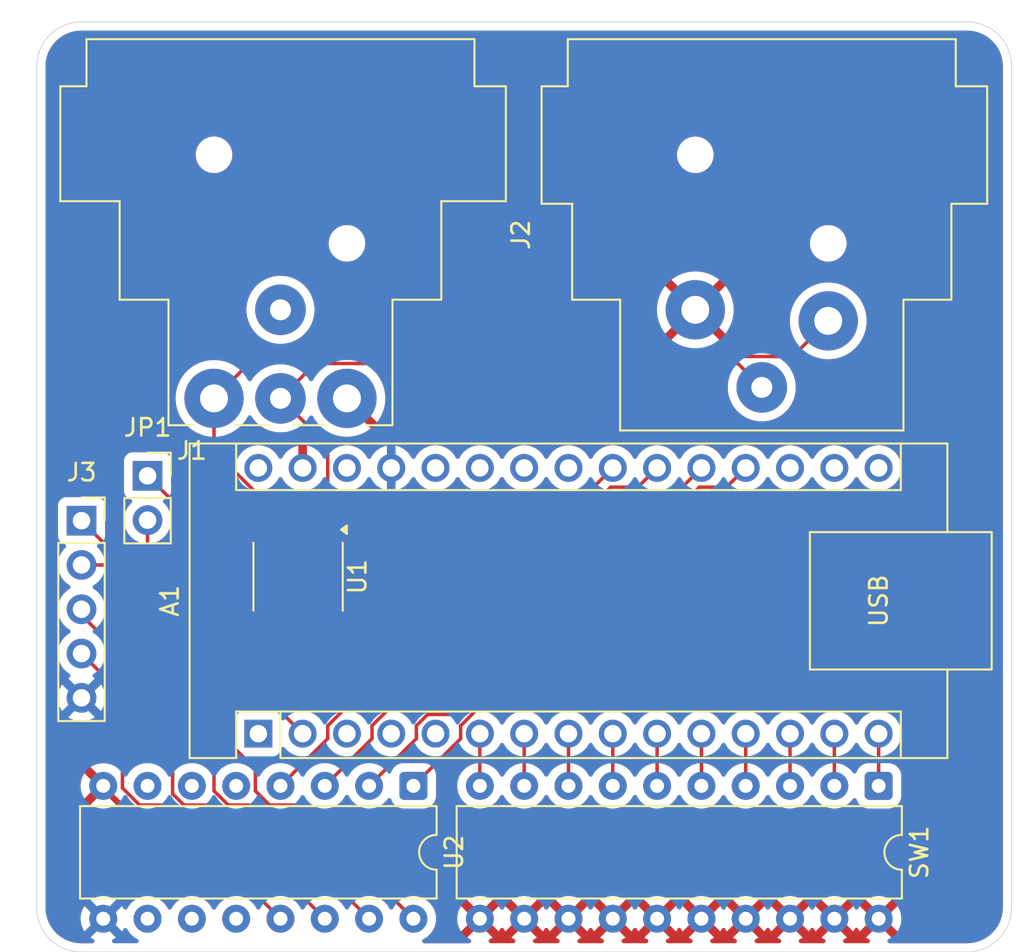
<source format=kicad_pcb>
(kicad_pcb (version 20241229) (generator "pcbnew") (generator_version "9.0")
  (layers (0 "F.Cu" signal) (2 "B.Cu" signal) (13 "F.Paste" user) (15 "B.Paste" user) (5 "F.SilkS" user "F.Silkscreen") (7 "B.SilkS" user "B.Silkscreen") (1 "F.Mask" user) (3 "B.Mask" user) (25 "Edge.Cuts" user))
  (net 0 "")
  (net 1 "Net-(A1-D10)")
  (net 3 "Net-(A1-D9)")
  (net 4 "Net-(A1-D7)")
  (net 5 "Net-(A1-A1)")
  (net 6 "Net-(A1-D3)")
  (net 7 "+5V")
  (net 9 "Net-(A1-A2)")
  (net 10 "Net-(A1-D6)")
  (net 11 "Net-(A1-D5)")
  (net 12 "Net-(A1-D11)")
  (net 13 "GND")
  (net 16 "Net-(A1-A0)")
  (net 18 "Net-(A1-D4)")
  (net 19 "Net-(A1-D8)")
  (net 22 "Net-(A1-D0{slash}RX)")
  (net 24 "Net-(A1-A3)")
  (net 27 "Net-(A1-D12)")
  (net 30 "DMX3")
  (net 31 "DMX2")
  (net 32 "Net-(J3-Pin_2)")
  (net 33 "Net-(J3-Pin_1)")
  (net 34 "Net-(J3-Pin_4)")
  (net 35 "Net-(J3-Pin_3)")
  (net 36 "RX")
  (footprint "Package_SO:SOIC-8_3.9x4.9mm_P1.27mm" (layer "F.Cu") (at 175 75 -90)
    (property "Reference" "U1" (at 0 -3.4 90) (layer "F.SilkS"))
    (property "Value" "MAX485E")
    (fp_line (start 0 2.56) (end -1.95 2.56) (stroke (width 0.12)) (layer "F.SilkS"))
    (fp_line (start 0 2.56) (end 1.95 2.56) (stroke (width 0.12)) (layer "F.SilkS"))
    (fp_line (start 0 -2.56) (end -1.95 -2.56) (stroke (width 0.12)) (layer "F.SilkS"))
    (fp_line (start 0 -2.56) (end 1.95 -2.56) (stroke (width 0.12)) (layer "F.SilkS"))
    (fp_poly (pts (xy -2.7 -2.465) (xy -2.94 -2.795) (xy -2.46 -2.795)) (stroke (width 0.12)) (fill yes) (layer "F.SilkS"))
    (pad "1" smd roundrect (at -2.475 -1.905 270) (size 1.95 0.6) (layers "F.Cu" "F.Mask" "F.Paste") (net 36 "RX"))
    (pad "2" smd roundrect (at -2.475 -0.635 270) (size 1.95 0.6) (layers "F.Cu" "F.Mask" "F.Paste") (net 13 "GND"))
    (pad "3" smd roundrect (at -2.475 0.635 270) (size 1.95 0.6) (layers "F.Cu" "F.Mask" "F.Paste") (net 13 "GND"))
    (pad "4" smd roundrect (at -2.475 1.905 270) (size 1.95 0.6) (layers "F.Cu" "F.Mask" "F.Paste"))
    (pad "5" smd roundrect (at 2.475 1.905 270) (size 1.95 0.6) (layers "F.Cu" "F.Mask" "F.Paste") (net 13 "GND"))
    (pad "6" smd roundrect (at 2.475 0.635 270) (size 1.95 0.6) (layers "F.Cu" "F.Mask" "F.Paste") (net 31 "DMX2"))
    (pad "7" smd roundrect (at 2.475 -0.635 270) (size 1.95 0.6) (layers "F.Cu" "F.Mask" "F.Paste") (net 30 "DMX3"))
    (pad "8" smd roundrect (at 2.475 -1.905 270) (size 1.95 0.6) (layers "F.Cu" "F.Mask" "F.Paste") (net 7 "+5V"))
  )
  (footprint "Connector_Audio:Jack_XLR_Neutrik_NC3FAH1_Horizontal" (layer "F.Cu") (at 197.77 59.69 90)
    (property "Reference" "J2" (at 4.3 -10 90) (layer "F.SilkS"))
    (property "Value" "XLR3")
    (fp_line (start 12.82 -8.81) (end 6.08 -8.81) (stroke (width 0.12)) (layer "F.SilkS"))
    (fp_line (start 12.82 -8.81) (end 12.82 -7.31) (stroke (width 0.12)) (layer "F.SilkS"))
    (fp_line (start 15.52 -7.31) (end 15.52 14.93) (stroke (width 0.12)) (layer "F.SilkS"))
    (fp_line (start 12.82 -7.31) (end 15.52 -7.31) (stroke (width 0.12)) (layer "F.SilkS"))
    (fp_line (start 6.08 -7.06) (end 6.08 -8.81) (stroke (width 0.12)) (layer "F.SilkS"))
    (fp_line (start 6.08 -7.06) (end 0.58 -7.06) (stroke (width 0.12)) (layer "F.SilkS"))
    (fp_line (start 0.58 -7.06) (end 0.58 -4.31) (stroke (width 0.12)) (layer "F.SilkS"))
    (fp_line (start 0.58 -4.31) (end -6.92 -4.31) (stroke (width 0.12)) (layer "F.SilkS"))
    (fp_line (start -6.92 -4.31) (end -6.92 11.93) (stroke (width 0.12)) (layer "F.SilkS"))
    (fp_line (start 0.58 11.93) (end -6.92 11.93) (stroke (width 0.12)) (layer "F.SilkS"))
    (fp_line (start 0.58 11.93) (end 0.58 14.68) (stroke (width 0.12)) (layer "F.SilkS"))
    (fp_line (start 6.08 14.68) (end 0.58 14.68) (stroke (width 0.12)) (layer "F.SilkS"))
    (fp_line (start 12.82 14.93) (end 15.52 14.93) (stroke (width 0.12)) (layer "F.SilkS"))
    (fp_line (start 12.82 14.93) (end 12.82 16.73) (stroke (width 0.12)) (layer "F.SilkS"))
    (fp_line (start 12.82 16.73) (end 6.08 16.73) (stroke (width 0.12)) (layer "F.SilkS"))
    (fp_line (start 6.08 16.73) (end 6.08 14.68) (stroke (width 0.12)) (layer "F.SilkS"))
    (pad "" np_thru_hole circle (at 3.81 7.62 90) (size 1.6 1.6) (drill 1.6) (layers "*.Cu" "*.Mask"))
    (pad "" np_thru_hole circle (at 8.89 0 90) (size 1.6 1.6) (drill 1.6) (layers "*.Cu" "*.Mask"))
    (pad "1" thru_hole circle (at 0 0 90) (size 3.4 3.4) (drill 1.6) (layers "*.Cu" "*.Mask") (net 13 "GND"))
    (pad "2" thru_hole circle (at -0.635 7.62 90) (size 3.4 3.4) (drill 1.6) (layers "*.Cu" "*.Mask") (net 31 "DMX2"))
    (pad "3" thru_hole circle (at -4.45 3.81 90) (size 2.9 2.9) (drill 1.2) (layers "*.Cu" "*.Mask") (net 30 "DMX3"))
  )
  (footprint "Module:Arduino_Nano" (layer "F.Cu") (at 172.72 84 90)
    (property "Reference" "A1" (at 7.62 -5.08 90) (layer "F.SilkS"))
    (property "Value" "Arduino_Nano_v3.x")
    (fp_line (start 16.64 -3.94) (end -1.4 -3.94) (stroke (width 0.12)) (layer "F.SilkS"))
    (fp_line (start -1.4 -3.94) (end -1.4 -1.27) (stroke (width 0.12)) (layer "F.SilkS"))
    (fp_line (start 13.97 -1.27) (end 16.64 -1.27) (stroke (width 0.12)) (layer "F.SilkS"))
    (fp_line (start 13.97 -1.27) (end 13.97 36.83) (stroke (width 0.12)) (layer "F.SilkS"))
    (fp_line (start 1.27 -1.27) (end -1.4 -1.27) (stroke (width 0.12)) (layer "F.SilkS"))
    (fp_line (start 1.27 1.27) (end 1.27 -1.27) (stroke (width 0.12)) (layer "F.SilkS"))
    (fp_line (start 1.27 1.27) (end -1.4 1.27) (stroke (width 0.12)) (layer "F.SilkS"))
    (fp_line (start 1.27 1.27) (end 1.27 36.83) (stroke (width 0.12)) (layer "F.SilkS"))
    (fp_line (start -1.4 1.27) (end -1.4 39.5) (stroke (width 0.12)) (layer "F.SilkS"))
    (fp_line (start 11.56 31.62) (end 11.56 42.04) (stroke (width 0.12)) (layer "F.SilkS"))
    (fp_line (start 3.68 31.62) (end 11.56 31.62) (stroke (width 0.12)) (layer "F.SilkS"))
    (fp_line (start 13.97 36.83) (end 16.64 36.83) (stroke (width 0.12)) (layer "F.SilkS"))
    (fp_line (start 1.27 36.83) (end -1.4 36.83) (stroke (width 0.12)) (layer "F.SilkS"))
    (fp_line (start 16.64 39.5) (end 16.64 -3.94) (stroke (width 0.12)) (layer "F.SilkS"))
    (fp_line (start 16.64 39.5) (end 11.56 39.5) (stroke (width 0.12)) (layer "F.SilkS"))
    (fp_line (start -1.4 39.5) (end 3.68 39.5) (stroke (width 0.12)) (layer "F.SilkS"))
    (fp_line (start 11.56 42.04) (end 3.68 42.04) (stroke (width 0.12)) (layer "F.SilkS"))
    (fp_line (start 3.68 42.04) (end 3.68 31.62) (stroke (width 0.12)) (layer "F.SilkS"))
    (fp_text user "USB" (at 7.62 35.56 90) (layer "F.SilkS"))
    (pad "1" thru_hole rect (at 0 0 90) (size 1.6 1.6) (drill 1) (layers "*.Cu" "*.Mask"))
    (pad "2" thru_hole oval (at 0 2.54 90) (size 1.6 1.6) (drill 1) (layers "*.Cu" "*.Mask") (net 22 "Net-(A1-D0{slash}RX)"))
    (pad "3" thru_hole oval (at 0 5.08 90) (size 1.6 1.6) (drill 1) (layers "*.Cu" "*.Mask"))
    (pad "4" thru_hole oval (at 0 7.62 90) (size 1.6 1.6) (drill 1) (layers "*.Cu" "*.Mask") (net 13 "GND"))
    (pad "5" thru_hole oval (at 0 10.16 90) (size 1.6 1.6) (drill 1) (layers "*.Cu" "*.Mask"))
    (pad "6" thru_hole oval (at 0 12.7 90) (size 1.6 1.6) (drill 1) (layers "*.Cu" "*.Mask") (net 6 "Net-(A1-D3)"))
    (pad "7" thru_hole oval (at 0 15.24 90) (size 1.6 1.6) (drill 1) (layers "*.Cu" "*.Mask") (net 18 "Net-(A1-D4)"))
    (pad "8" thru_hole oval (at 0 17.78 90) (size 1.6 1.6) (drill 1) (layers "*.Cu" "*.Mask") (net 11 "Net-(A1-D5)"))
    (pad "9" thru_hole oval (at 0 20.32 90) (size 1.6 1.6) (drill 1) (layers "*.Cu" "*.Mask") (net 10 "Net-(A1-D6)"))
    (pad "10" thru_hole oval (at 0 22.86 90) (size 1.6 1.6) (drill 1) (layers "*.Cu" "*.Mask") (net 4 "Net-(A1-D7)"))
    (pad "11" thru_hole oval (at 0 25.4 90) (size 1.6 1.6) (drill 1) (layers "*.Cu" "*.Mask") (net 19 "Net-(A1-D8)"))
    (pad "12" thru_hole oval (at 0 27.94 90) (size 1.6 1.6) (drill 1) (layers "*.Cu" "*.Mask") (net 3 "Net-(A1-D9)"))
    (pad "13" thru_hole oval (at 0 30.48 90) (size 1.6 1.6) (drill 1) (layers "*.Cu" "*.Mask") (net 1 "Net-(A1-D10)"))
    (pad "14" thru_hole oval (at 0 33.02 90) (size 1.6 1.6) (drill 1) (layers "*.Cu" "*.Mask") (net 12 "Net-(A1-D11)"))
    (pad "15" thru_hole oval (at 0 35.56 90) (size 1.6 1.6) (drill 1) (layers "*.Cu" "*.Mask") (net 27 "Net-(A1-D12)"))
    (pad "16" thru_hole oval (at 15.24 35.56 90) (size 1.6 1.6) (drill 1) (layers "*.Cu" "*.Mask"))
    (pad "17" thru_hole oval (at 15.24 33.02 90) (size 1.6 1.6) (drill 1) (layers "*.Cu" "*.Mask"))
    (pad "18" thru_hole oval (at 15.24 30.48 90) (size 1.6 1.6) (drill 1) (layers "*.Cu" "*.Mask"))
    (pad "19" thru_hole oval (at 15.24 27.94 90) (size 1.6 1.6) (drill 1) (layers "*.Cu" "*.Mask") (net 16 "Net-(A1-A0)"))
    (pad "20" thru_hole oval (at 15.24 25.4 90) (size 1.6 1.6) (drill 1) (layers "*.Cu" "*.Mask") (net 5 "Net-(A1-A1)"))
    (pad "21" thru_hole oval (at 15.24 22.86 90) (size 1.6 1.6) (drill 1) (layers "*.Cu" "*.Mask") (net 9 "Net-(A1-A2)"))
    (pad "22" thru_hole oval (at 15.24 20.32 90) (size 1.6 1.6) (drill 1) (layers "*.Cu" "*.Mask") (net 24 "Net-(A1-A3)"))
    (pad "23" thru_hole oval (at 15.24 17.78 90) (size 1.6 1.6) (drill 1) (layers "*.Cu" "*.Mask"))
    (pad "24" thru_hole oval (at 15.24 15.24 90) (size 1.6 1.6) (drill 1) (layers "*.Cu" "*.Mask"))
    (pad "25" thru_hole oval (at 15.24 12.7 90) (size 1.6 1.6) (drill 1) (layers "*.Cu" "*.Mask"))
    (pad "26" thru_hole oval (at 15.24 10.16 90) (size 1.6 1.6) (drill 1) (layers "*.Cu" "*.Mask"))
    (pad "27" thru_hole oval (at 15.24 7.62 90) (size 1.6 1.6) (drill 1) (layers "*.Cu" "*.Mask") (net 7 "+5V"))
    (pad "28" thru_hole oval (at 15.24 5.08 90) (size 1.6 1.6) (drill 1) (layers "*.Cu" "*.Mask"))
    (pad "29" thru_hole oval (at 15.24 2.54 90) (size 1.6 1.6) (drill 1) (layers "*.Cu" "*.Mask") (net 13 "GND"))
    (pad "30" thru_hole oval (at 15.24 0 90) (size 1.6 1.6) (drill 1) (layers "*.Cu" "*.Mask"))
  )
  (footprint "Package_DIP:CERDIP-20_W7.62mm_SideBrazed" (layer "F.Cu") (at 208.28 86.995 -90)
    (property "Reference" "SW1" (at 3.81 -2.33 90) (layer "F.SilkS"))
    (property "Value" "SW_DIP_x10")
    (fp_line (start 1.16 24.19) (end 6.46 24.19) (stroke (width 0.12)) (layer "F.SilkS"))
    (fp_line (start 6.46 24.19) (end 6.46 -1.33) (stroke (width 0.12)) (layer "F.SilkS"))
    (fp_line (start 1.16 -1.33) (end 1.16 24.19) (stroke (width 0.12)) (layer "F.SilkS"))
    (fp_line (start 2.81 -1.33) (end 1.16 -1.33) (stroke (width 0.12)) (layer "F.SilkS"))
    (fp_line (start 6.46 -1.33) (end 4.81 -1.33) (stroke (width 0.12)) (layer "F.SilkS"))
    (fp_arc (start 4.81 -1.33) (mid 3.81 -0.33) (end 2.81 -1.33) (stroke (width 0.12)) (layer "F.SilkS"))
    (pad "1" thru_hole roundrect (at 0 0 270) (size 1.6 1.6) (drill 0.8) (layers "*.Cu" "*.Mask") (roundrect_rratio 0.15625) (net 27 "Net-(A1-D12)"))
    (pad "2" thru_hole circle (at 0 2.54 270) (size 1.6 1.6) (drill 0.8) (layers "*.Cu" "*.Mask") (net 12 "Net-(A1-D11)"))
    (pad "3" thru_hole circle (at 0 5.08 270) (size 1.6 1.6) (drill 0.8) (layers "*.Cu" "*.Mask") (net 1 "Net-(A1-D10)"))
    (pad "4" thru_hole circle (at 0 7.62 270) (size 1.6 1.6) (drill 0.8) (layers "*.Cu" "*.Mask") (net 3 "Net-(A1-D9)"))
    (pad "5" thru_hole circle (at 0 10.16 270) (size 1.6 1.6) (drill 0.8) (layers "*.Cu" "*.Mask") (net 19 "Net-(A1-D8)"))
    (pad "6" thru_hole circle (at 0 12.7 270) (size 1.6 1.6) (drill 0.8) (layers "*.Cu" "*.Mask") (net 4 "Net-(A1-D7)"))
    (pad "7" thru_hole circle (at 0 15.24 270) (size 1.6 1.6) (drill 0.8) (layers "*.Cu" "*.Mask") (net 10 "Net-(A1-D6)"))
    (pad "8" thru_hole circle (at 0 17.78 270) (size 1.6 1.6) (drill 0.8) (layers "*.Cu" "*.Mask") (net 11 "Net-(A1-D5)"))
    (pad "9" thru_hole circle (at 0 20.32 270) (size 1.6 1.6) (drill 0.8) (layers "*.Cu" "*.Mask") (net 18 "Net-(A1-D4)"))
    (pad "10" thru_hole circle (at 0 22.86 270) (size 1.6 1.6) (drill 0.8) (layers "*.Cu" "*.Mask") (net 6 "Net-(A1-D3)"))
    (pad "11" thru_hole circle (at 7.62 22.86 270) (size 1.6 1.6) (drill 0.8) (layers "*.Cu" "*.Mask") (net 13 "GND"))
    (pad "12" thru_hole circle (at 7.62 20.32 270) (size 1.6 1.6) (drill 0.8) (layers "*.Cu" "*.Mask") (net 13 "GND"))
    (pad "13" thru_hole circle (at 7.62 17.78 270) (size 1.6 1.6) (drill 0.8) (layers "*.Cu" "*.Mask") (net 13 "GND"))
    (pad "14" thru_hole circle (at 7.62 15.24 270) (size 1.6 1.6) (drill 0.8) (layers "*.Cu" "*.Mask") (net 13 "GND"))
    (pad "15" thru_hole circle (at 7.62 12.7 270) (size 1.6 1.6) (drill 0.8) (layers "*.Cu" "*.Mask") (net 13 "GND"))
    (pad "16" thru_hole circle (at 7.62 10.16 270) (size 1.6 1.6) (drill 0.8) (layers "*.Cu" "*.Mask") (net 13 "GND"))
    (pad "17" thru_hole circle (at 7.62 7.62 270) (size 1.6 1.6) (drill 0.8) (layers "*.Cu" "*.Mask") (net 13 "GND"))
    (pad "18" thru_hole circle (at 7.62 5.08 270) (size 1.6 1.6) (drill 0.8) (layers "*.Cu" "*.Mask") (net 13 "GND"))
    (pad "19" thru_hole circle (at 7.62 2.54 270) (size 1.6 1.6) (drill 0.8) (layers "*.Cu" "*.Mask") (net 13 "GND"))
    (pad "20" thru_hole circle (at 7.62 0 270) (size 1.6 1.6) (drill 0.8) (layers "*.Cu" "*.Mask") (net 13 "GND"))
  )
  (footprint "Connector_Audio:Jack_XLR_Neutrik_NC3MAH_Horizontal" (layer "F.Cu") (at 177.8 64.77 180)
    (property "Reference" "J1" (at 8.89 -3 0) (layer "F.SilkS"))
    (property "Value" "XLR3")
    (fp_line (start 16.43 17.9) (end 16.43 11.31) (stroke (width 0.12)) (layer "F.SilkS"))
    (fp_line (start 16.43 17.9) (end 14.93 17.9) (stroke (width 0.12)) (layer "F.SilkS"))
    (fp_line (start 14.93 20.6) (end -7.31 20.6) (stroke (width 0.12)) (layer "F.SilkS"))
    (fp_line (start 14.93 17.9) (end 14.93 20.6) (stroke (width 0.12)) (layer "F.SilkS"))
    (fp_line (start 13.03 11.31) (end 16.43 11.31) (stroke (width 0.12)) (layer "F.SilkS"))
    (fp_line (start 13.03 11.31) (end 13.03 5.66) (stroke (width 0.12)) (layer "F.SilkS"))
    (fp_line (start 10.23 5.66) (end 13.03 5.66) (stroke (width 0.12)) (layer "F.SilkS"))
    (fp_line (start 10.23 5.66) (end 10.23 -1.54) (stroke (width 0.12)) (layer "F.SilkS"))
    (fp_line (start 10.23 -1.54) (end 8.81 -1.54) (stroke (width 0.12)) (layer "F.SilkS"))
    (fp_line (start 4.51 -1.54) (end 6.41 -1.54) (stroke (width 0.12)) (layer "F.SilkS"))
    (fp_line (start 3.11 -1.54) (end 1.21 -1.54) (stroke (width 0.12)) (layer "F.SilkS"))
    (fp_line (start -1.19 -1.54) (end -2.61 -1.54) (stroke (width 0.12)) (layer "F.SilkS"))
    (fp_line (start -2.61 5.66) (end -2.61 -1.54) (stroke (width 0.12)) (layer "F.SilkS"))
    (fp_line (start -2.61 5.66) (end -5.41 5.66) (stroke (width 0.12)) (layer "F.SilkS"))
    (fp_line (start -5.41 11.31) (end -5.41 5.66) (stroke (width 0.12)) (layer "F.SilkS"))
    (fp_line (start -7.31 17.9) (end -7.31 20.6) (stroke (width 0.12)) (layer "F.SilkS"))
    (fp_line (start -7.31 17.9) (end -9.11 17.9) (stroke (width 0.12)) (layer "F.SilkS"))
    (fp_line (start -9.11 17.9) (end -9.11 11.31) (stroke (width 0.12)) (layer "F.SilkS"))
    (fp_line (start -9.11 11.31) (end -5.41 11.31) (stroke (width 0.12)) (layer "F.SilkS"))
    (pad "" np_thru_hole circle (at 0 8.89 180) (size 1.6 1.6) (drill 1.6) (layers "*.Cu" "*.Mask"))
    (pad "" np_thru_hole circle (at 7.62 13.97 180) (size 1.6 1.6) (drill 1.6) (layers "*.Cu" "*.Mask"))
    (pad "1" thru_hole circle (at 0 0 180) (size 3.4 3.4) (drill 1.6) (layers "*.Cu" "*.Mask") (net 13 "GND"))
    (pad "2" thru_hole circle (at 7.62 0 180) (size 3.4 3.4) (drill 1.6) (layers "*.Cu" "*.Mask") (net 31 "DMX2"))
    (pad "3" thru_hole circle (at 3.81 0 180) (size 2.9 2.9) (drill 1.2) (layers "*.Cu" "*.Mask") (net 30 "DMX3"))
    (pad "G" thru_hole circle (at 3.81 5.08 180) (size 2.9 2.9) (drill 1.2) (layers "*.Cu" "*.Mask"))
  )
  (footprint "Connector_PinSocket_2.54mm:PinSocket_1x05_P2.54mm_Vertical" (layer "F.Cu") (at 162.585 71.785)
    (property "Reference" "J3" (at 0 -2.77 0) (layer "F.SilkS"))
    (property "Value" "Conn_01x05")
    (fp_line (start -1.33 1.27) (end -1.33 11.49) (stroke (width 0.12)) (layer "F.SilkS"))
    (fp_line (start -1.33 1.27) (end 1.33 1.27) (stroke (width 0.12)) (layer "F.SilkS"))
    (fp_line (start -1.33 11.49) (end 1.33 11.49) (stroke (width 0.12)) (layer "F.SilkS"))
    (fp_line (start 0 -1.33) (end 1.33 -1.33) (stroke (width 0.12)) (layer "F.SilkS"))
    (fp_line (start 1.33 -1.33) (end 1.33 0) (stroke (width 0.12)) (layer "F.SilkS"))
    (fp_line (start 1.33 1.27) (end 1.33 11.49) (stroke (width 0.12)) (layer "F.SilkS"))
    (pad "1" thru_hole rect (at 0 0) (size 1.7 1.7) (drill 1) (layers "*.Cu" "*.Mask") (net 33 "Net-(J3-Pin_1)"))
    (pad "2" thru_hole circle (at 0 2.54) (size 1.7 1.7) (drill 1) (layers "*.Cu" "*.Mask") (net 32 "Net-(J3-Pin_2)"))
    (pad "3" thru_hole circle (at 0 5.08) (size 1.7 1.7) (drill 1) (layers "*.Cu" "*.Mask") (net 35 "Net-(J3-Pin_3)"))
    (pad "4" thru_hole circle (at 0 7.62) (size 1.7 1.7) (drill 1) (layers "*.Cu" "*.Mask") (net 34 "Net-(J3-Pin_4)"))
    (pad "5" thru_hole circle (at 0 10.16) (size 1.7 1.7) (drill 1) (layers "*.Cu" "*.Mask") (net 7 "+5V"))
  )
  (footprint "Package_DIP:DIP-16_W7.62mm" (layer "F.Cu") (at 181.61 86.995 -90)
    (property "Reference" "U2" (at 3.81 -2.33 90) (layer "F.SilkS"))
    (property "Value" "ULN2003")
    (fp_line (start 1.16 19.11) (end 6.46 19.11) (stroke (width 0.12)) (layer "F.SilkS"))
    (fp_line (start 6.46 19.11) (end 6.46 -1.33) (stroke (width 0.12)) (layer "F.SilkS"))
    (fp_line (start 1.16 -1.33) (end 1.16 19.11) (stroke (width 0.12)) (layer "F.SilkS"))
    (fp_line (start 2.81 -1.33) (end 1.16 -1.33) (stroke (width 0.12)) (layer "F.SilkS"))
    (fp_line (start 6.46 -1.33) (end 4.81 -1.33) (stroke (width 0.12)) (layer "F.SilkS"))
    (fp_arc (start 4.81 -1.33) (mid 3.81 -0.33) (end 2.81 -1.33) (stroke (width 0.12)) (layer "F.SilkS"))
    (pad "1" thru_hole roundrect (at 0 0 270) (size 1.6 1.6) (drill 0.8) (layers "*.Cu" "*.Mask") (roundrect_rratio 0.15625) (net 16 "Net-(A1-A0)"))
    (pad "2" thru_hole circle (at 0 2.54 270) (size 1.6 1.6) (drill 0.8) (layers "*.Cu" "*.Mask") (net 5 "Net-(A1-A1)"))
    (pad "3" thru_hole circle (at 0 5.08 270) (size 1.6 1.6) (drill 0.8) (layers "*.Cu" "*.Mask") (net 9 "Net-(A1-A2)"))
    (pad "4" thru_hole circle (at 0 7.62 270) (size 1.6 1.6) (drill 0.8) (layers "*.Cu" "*.Mask") (net 24 "Net-(A1-A3)"))
    (pad "5" thru_hole circle (at 0 10.16 270) (size 1.6 1.6) (drill 0.8) (layers "*.Cu" "*.Mask"))
    (pad "6" thru_hole circle (at 0 12.7 270) (size 1.6 1.6) (drill 0.8) (layers "*.Cu" "*.Mask"))
    (pad "7" thru_hole circle (at 0 15.24 270) (size 1.6 1.6) (drill 0.8) (layers "*.Cu" "*.Mask"))
    (pad "8" thru_hole circle (at 0 17.78 270) (size 1.6 1.6) (drill 0.8) (layers "*.Cu" "*.Mask") (net 13 "GND"))
    (pad "9" thru_hole circle (at 7.62 17.78 270) (size 1.6 1.6) (drill 0.8) (layers "*.Cu" "*.Mask") (net 7 "+5V"))
    (pad "10" thru_hole circle (at 7.62 15.24 270) (size 1.6 1.6) (drill 0.8) (layers "*.Cu" "*.Mask"))
    (pad "11" thru_hole circle (at 7.62 12.7 270) (size 1.6 1.6) (drill 0.8) (layers "*.Cu" "*.Mask"))
    (pad "12" thru_hole circle (at 7.62 10.16 270) (size 1.6 1.6) (drill 0.8) (layers "*.Cu" "*.Mask"))
    (pad "13" thru_hole circle (at 7.62 7.62 270) (size 1.6 1.6) (drill 0.8) (layers "*.Cu" "*.Mask") (net 34 "Net-(J3-Pin_4)"))
    (pad "14" thru_hole circle (at 7.62 5.08 270) (size 1.6 1.6) (drill 0.8) (layers "*.Cu" "*.Mask") (net 35 "Net-(J3-Pin_3)"))
    (pad "15" thru_hole circle (at 7.62 2.54 270) (size 1.6 1.6) (drill 0.8) (layers "*.Cu" "*.Mask") (net 32 "Net-(J3-Pin_2)"))
    (pad "16" thru_hole circle (at 7.62 0 270) (size 1.6 1.6) (drill 0.8) (layers "*.Cu" "*.Mask") (net 33 "Net-(J3-Pin_1)"))
  )
  (footprint "Connector_PinSocket_2.54mm:PinSocket_1x02_P2.54mm_Vertical" (layer "F.Cu") (at 166.37 69.215)
    (property "Reference" "JP1" (at 0 -2.77 0) (layer "F.SilkS"))
    (property "Value" "Jumper_2_Bridged")
    (fp_line (start -1.33 1.27) (end -1.33 3.87) (stroke (width 0.12)) (layer "F.SilkS"))
    (fp_line (start -1.33 1.27) (end 1.33 1.27) (stroke (width 0.12)) (layer "F.SilkS"))
    (fp_line (start -1.33 3.87) (end 1.33 3.87) (stroke (width 0.12)) (layer "F.SilkS"))
    (fp_line (start 0 -1.33) (end 1.33 -1.33) (stroke (width 0.12)) (layer "F.SilkS"))
    (fp_line (start 1.33 -1.33) (end 1.33 0) (stroke (width 0.12)) (layer "F.SilkS"))
    (fp_line (start 1.33 1.27) (end 1.33 3.87) (stroke (width 0.12)) (layer "F.SilkS"))
    (pad "1" thru_hole rect (at 0 0) (size 1.7 1.7) (drill 1) (layers "*.Cu" "*.Mask") (net 36 "RX"))
    (pad "2" thru_hole circle (at 0 2.54) (size 1.7 1.7) (drill 1) (layers "*.Cu" "*.Mask") (net 22 "Net-(A1-D0{slash}RX)"))
  )
  (gr_arc (start 160.02 45.72) (mid 160.763949 43.923949) (end 162.56 43.18) (stroke (width 0.05)) (layer "Edge.Cuts"))
  (gr_line (start 213.36 43.18) (end 162.56 43.18) (stroke (width 0.05)) (layer "Edge.Cuts"))
  (gr_arc (start 215.9 93.98) (mid 215.156051 95.776051) (end 213.36 96.52) (stroke (width 0.05)) (layer "Edge.Cuts"))
  (gr_line (start 215.9 93.98) (end 215.9 45.72) (stroke (width 0.05)) (layer "Edge.Cuts"))
  (gr_arc (start 162.56 96.52) (mid 160.763949 95.776051) (end 160.02 93.98) (stroke (width 0.05)) (layer "Edge.Cuts"))
  (gr_line (start 160.02 45.72) (end 160.02 93.98) (stroke (width 0.05)) (layer "Edge.Cuts"))
  (gr_arc (start 213.36 43.18) (mid 215.156051 43.923949) (end 215.9 45.72) (stroke (width 0.05)) (layer "Edge.Cuts"))
  (gr_line (start 162.56 96.52) (end 213.36 96.52) (stroke (width 0.05)) (layer "Edge.Cuts"))
  (segment (start 203.2 86.995) (end 203.2 84) (width 0.2) (layer "F.Cu") (net 1))
  (segment (start 200.66 86.995) (end 200.66 84) (width 0.2) (layer "F.Cu") (net 3))
  (segment (start 195.58 86.995) (end 195.58 84) (width 0.2) (layer "F.Cu") (net 4))
  (segment (start 181.779 83.54395) (end 182.42395 82.899) (width 0.2) (layer "F.Cu") (net 5))
  (segment (start 179.07 86.995) (end 181.779 84.286) (width 0.2) (layer "F.Cu") (net 5))
  (segment (start 181.779 84.286) (end 181.779 83.54395) (width 0.2) (layer "F.Cu") (net 5))
  (segment (start 183.981 82.899) (end 198.12 68.76) (width 0.2) (layer "F.Cu") (net 5))
  (segment (start 182.42395 82.899) (end 183.981 82.899) (width 0.2) (layer "F.Cu") (net 5))
  (segment (start 185.42 86.995) (end 185.42 84) (width 0.2) (layer "F.Cu") (net 6))
  (segment (start 180.34 74.04) (end 180.34 68.76) (width 0.2) (layer "F.Cu") (net 7))
  (segment (start 176.905 77.475) (end 180.34 74.04) (width 0.2) (layer "F.Cu") (net 7))
  (segment (start 192.92195 69.861) (end 194.479 69.861) (width 0.2) (layer "F.Cu") (net 9))
  (segment (start 194.479 69.861) (end 195.58 68.76) (width 0.2) (layer "F.Cu") (net 9))
  (segment (start 176.53 86.995) (end 179.239 84.286) (width 0.2) (layer "F.Cu") (net 9))
  (segment (start 179.239 83.54395) (end 192.92195 69.861) (width 0.2) (layer "F.Cu") (net 9))
  (segment (start 179.239 84.286) (end 179.239 83.54395) (width 0.2) (layer "F.Cu") (net 9))
  (segment (start 193.04 86.995) (end 193.04 84) (width 0.2) (layer "F.Cu") (net 10))
  (segment (start 190.5 86.995) (end 190.5 84) (width 0.2) (layer "F.Cu") (net 11))
  (segment (start 205.74 86.995) (end 205.74 84) (width 0.2) (layer "F.Cu") (net 12))
  (segment (start 184.319 83.54395) (end 198.00195 69.861) (width 0.2) (layer "F.Cu") (net 16))
  (segment (start 184.319 84.286) (end 184.319 83.54395) (width 0.2) (layer "F.Cu") (net 16))
  (segment (start 198.00195 69.861) (end 199.559 69.861) (width 0.2) (layer "F.Cu") (net 16))
  (segment (start 181.61 86.995) (end 184.319 84.286) (width 0.2) (layer "F.Cu") (net 16))
  (segment (start 199.559 69.861) (end 200.66 68.76) (width 0.2) (layer "F.Cu") (net 16))
  (segment (start 187.96 86.995) (end 187.96 84) (width 0.2) (layer "F.Cu") (net 18))
  (segment (start 198.12 86.995) (end 198.12 84) (width 0.2) (layer "F.Cu") (net 19))
  (segment (start 166.37 75.11) (end 175.26 84) (width 0.2) (layer "F.Cu") (net 22))
  (segment (start 166.37 71.755) (end 166.37 75.11) (width 0.2) (layer "F.Cu") (net 22))
  (segment (start 173.99 86.995) (end 176.699 84.286) (width 0.2) (layer "F.Cu") (net 24))
  (segment (start 176.699 83.54395) (end 186.58295 73.66) (width 0.2) (layer "F.Cu") (net 24))
  (segment (start 176.699 84.286) (end 176.699 83.54395) (width 0.2) (layer "F.Cu") (net 24))
  (segment (start 186.58295 73.66) (end 188.14 73.66) (width 0.2) (layer "F.Cu") (net 24))
  (segment (start 188.14 73.66) (end 193.04 68.76) (width 0.2) (layer "F.Cu") (net 24))
  (segment (start 208.28 86.995) (end 208.28 84) (width 0.2) (layer "F.Cu") (net 27))
  (segment (start 173.99 64.77) (end 176.699 67.479) (width 0.2) (layer "F.Cu") (net 30))
  (segment (start 177.907 71.227) (end 177.907 74.303) (width 0.2) (layer "F.Cu") (net 30))
  (segment (start 175.991 62.769) (end 200.209 62.769) (width 0.2) (layer "F.Cu") (net 30))
  (segment (start 173.99 64.77) (end 175.991 62.769) (width 0.2) (layer "F.Cu") (net 30))
  (segment (start 176.699 70.019) (end 177.907 71.227) (width 0.2) (layer "F.Cu") (net 30))
  (segment (start 177.907 74.303) (end 175.635 76.575) (width 0.2) (layer "F.Cu") (net 30))
  (segment (start 200.209 62.769) (end 201.58 64.14) (width 0.2) (layer "F.Cu") (net 30))
  (segment (start 176.699 67.479) (end 176.699 70.019) (width 0.2) (layer "F.Cu") (net 30))
  (segment (start 175.635 76.575) (end 175.635 77.475) (width 0.2) (layer "F.Cu") (net 30))
  (segment (start 174.365 77.095) (end 174.365 77.475) (width 0.2) (layer "F.Cu") (net 31))
  (segment (start 170.18 64.77) (end 170.18 67.77705) (width 0.2) (layer "F.Cu") (net 31))
  (segment (start 173.12195 70.719) (end 176.715968 70.719) (width 0.2) (layer "F.Cu") (net 31))
  (segment (start 170.18 64.77) (end 172.582 62.368) (width 0.2) (layer "F.Cu") (net 31))
  (segment (start 170.18 67.77705) (end 173.12195 70.719) (width 0.2) (layer "F.Cu") (net 31))
  (segment (start 177.506 73.954) (end 174.365 77.095) (width 0.2) (layer "F.Cu") (net 31))
  (segment (start 203.347 62.368) (end 205.39 60.325) (width 0.2) (layer "F.Cu") (net 31))
  (segment (start 176.715968 70.719) (end 177.506 71.509032) (width 0.2) (layer "F.Cu") (net 31))
  (segment (start 172.582 62.368) (end 203.347 62.368) (width 0.2) (layer "F.Cu") (net 31))
  (segment (start 177.506 71.509032) (end 177.506 73.954) (width 0.2) (layer "F.Cu") (net 31))
  (segment (start 170.99395 88.096) (end 170.18 87.28205) (width 0.2) (layer "F.Cu") (net 32))
  (segment (start 164.435 74.325) (end 162.585 74.325) (width 0.2) (layer "F.Cu") (net 32))
  (segment (start 179.07 94.615) (end 172.551 88.096) (width 0.2) (layer "F.Cu") (net 32))
  (segment (start 164.699 78.7481) (end 164.699 74.4661) (width 0.2) (layer "F.Cu") (net 32))
  (segment (start 170.18 84.2291) (end 164.699 78.7481) (width 0.2) (layer "F.Cu") (net 32))
  (segment (start 164.49645 74.26355) (end 164.435 74.325) (width 0.2) (layer "F.Cu") (net 32))
  (segment (start 164.699 74.4661) (end 164.49645 74.26355) (width 0.2) (layer "F.Cu") (net 32))
  (segment (start 170.18 87.28205) (end 170.18 84.2291) (width 0.2) (layer "F.Cu") (net 32))
  (segment (start 172.551 88.096) (end 170.99395 88.096) (width 0.2) (layer "F.Cu") (net 32))
  (segment (start 165.1 78.582) (end 165.1 74.3) (width 0.2) (layer "F.Cu") (net 33))
  (segment (start 173.36495 88.096) (end 172.551 87.28205) (width 0.2) (layer "F.Cu") (net 33))
  (segment (start 165.1 74.3) (end 162.585 71.785) (width 0.2) (layer "F.Cu") (net 33))
  (segment (start 175.091 88.096) (end 173.36495 88.096) (width 0.2) (layer "F.Cu") (net 33))
  (segment (start 172.551 87.28205) (end 172.551 86.033) (width 0.2) (layer "F.Cu") (net 33))
  (segment (start 181.61 94.615) (end 175.091 88.096) (width 0.2) (layer "F.Cu") (net 33))
  (segment (start 172.551 86.033) (end 165.1 78.582) (width 0.2) (layer "F.Cu") (net 33))
  (segment (start 173.99 94.615) (end 167.471 88.096) (width 0.2) (layer "F.Cu") (net 34))
  (segment (start 165.91395 88.096) (end 164.931 87.11305) (width 0.2) (layer "F.Cu") (net 34))
  (segment (start 164.931 87.11305) (end 164.931 81.751) (width 0.2) (layer "F.Cu") (net 34))
  (segment (start 164.931 81.751) (end 162.585 79.405) (width 0.2) (layer "F.Cu") (net 34))
  (segment (start 167.471 88.096) (end 165.91395 88.096) (width 0.2) (layer "F.Cu") (net 34))
  (segment (start 162.585 77.2012) (end 162.585 76.865) (width 0.2) (layer "F.Cu") (net 35))
  (segment (start 168.45395 88.096) (end 167.809 87.45105) (width 0.2) (layer "F.Cu") (net 35))
  (segment (start 170.011 88.096) (end 168.45395 88.096) (width 0.2) (layer "F.Cu") (net 35))
  (segment (start 167.809 87.45105) (end 167.809 82.4252) (width 0.2) (layer "F.Cu") (net 35))
  (segment (start 176.53 94.615) (end 170.011 88.096) (width 0.2) (layer "F.Cu") (net 35))
  (segment (start 167.809 82.4252) (end 162.585 77.2012) (width 0.2) (layer "F.Cu") (net 35))
  (segment (start 166.37 69.215) (end 168.275 71.12) (width 0.2) (layer "F.Cu") (net 36))
  (segment (start 176.474999 71.12) (end 176.905 71.550001) (width 0.2) (layer "F.Cu") (net 36))
  (segment (start 176.905 71.550001) (end 176.905 72.525) (width 0.2) (layer "F.Cu") (net 36))
  (segment (start 168.275 71.12) (end 176.474999 71.12) (width 0.2) (layer "F.Cu") (net 36))
  (zone (net 13) (net_name "GND") (layer "F.Cu") (connect_pads (clearance 0.5)) (min_thickness 0.25) (fill yes (thermal_gap 0.5) (thermal_bridge_width 0.5))
    (polygon (pts (xy 215.9 96.52) (xy 160.02 96.52) (xy 160.02 43.18) (xy 215.9 43.18)))
  )
  (zone (net 7) (net_name "+5V") (layer "B.Cu") (priority 1) (connect_pads (clearance 0.5)) (min_thickness 0.25) (fill yes (thermal_gap 0.5) (thermal_bridge_width 0.5))
    (polygon (pts (xy 215.9 96.52) (xy 160.02 96.52) (xy 160.02 43.18) (xy 215.9 43.18)))
  )
)
</source>
